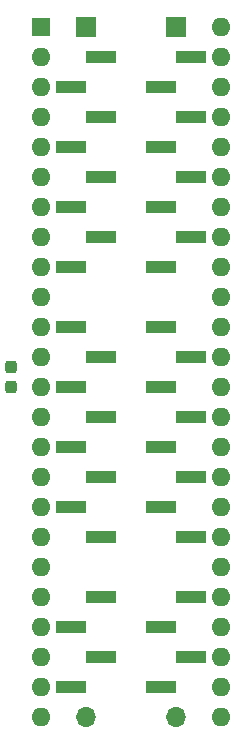
<source format=gbr>
G04 #@! TF.GenerationSoftware,KiCad,Pcbnew,9.0.6-9.0.6~ubuntu25.10.1*
G04 #@! TF.CreationDate,2025-12-24T16:01:02+09:00*
G04 #@! TF.ProjectId,bionic-mc68008,62696f6e-6963-42d6-9d63-36383030382e,2*
G04 #@! TF.SameCoordinates,Original*
G04 #@! TF.FileFunction,Soldermask,Bot*
G04 #@! TF.FilePolarity,Negative*
%FSLAX46Y46*%
G04 Gerber Fmt 4.6, Leading zero omitted, Abs format (unit mm)*
G04 Created by KiCad (PCBNEW 9.0.6-9.0.6~ubuntu25.10.1) date 2025-12-24 16:01:02*
%MOMM*%
%LPD*%
G01*
G04 APERTURE LIST*
G04 Aperture macros list*
%AMRoundRect*
0 Rectangle with rounded corners*
0 $1 Rounding radius*
0 $2 $3 $4 $5 $6 $7 $8 $9 X,Y pos of 4 corners*
0 Add a 4 corners polygon primitive as box body*
4,1,4,$2,$3,$4,$5,$6,$7,$8,$9,$2,$3,0*
0 Add four circle primitives for the rounded corners*
1,1,$1+$1,$2,$3*
1,1,$1+$1,$4,$5*
1,1,$1+$1,$6,$7*
1,1,$1+$1,$8,$9*
0 Add four rect primitives between the rounded corners*
20,1,$1+$1,$2,$3,$4,$5,0*
20,1,$1+$1,$4,$5,$6,$7,0*
20,1,$1+$1,$6,$7,$8,$9,0*
20,1,$1+$1,$8,$9,$2,$3,0*%
G04 Aperture macros list end*
%ADD10R,1.600000X1.600000*%
%ADD11O,1.600000X1.600000*%
%ADD12RoundRect,0.237500X0.237500X-0.300000X0.237500X0.300000X-0.237500X0.300000X-0.237500X-0.300000X0*%
%ADD13R,1.700000X1.700000*%
%ADD14R,2.510000X1.000000*%
%ADD15O,1.700000X1.700000*%
G04 APERTURE END LIST*
D10*
X106080000Y-75080000D03*
D11*
X106080000Y-77620000D03*
X106080000Y-80160000D03*
X106080000Y-82700000D03*
X106080000Y-85240000D03*
X106080000Y-87780000D03*
X106080000Y-90320000D03*
X106080000Y-92860000D03*
X106080000Y-95400000D03*
X106080000Y-97940000D03*
X106080000Y-100480000D03*
X106080000Y-103020000D03*
X106080000Y-105560000D03*
X106080000Y-108100000D03*
X106080000Y-110640000D03*
X106080000Y-113180000D03*
X106080000Y-115720000D03*
X106080000Y-118260000D03*
X106080000Y-120800000D03*
X106080000Y-123340000D03*
X106080000Y-125880000D03*
X106080000Y-128420000D03*
X106080000Y-130960000D03*
X106080000Y-133500000D03*
X121320000Y-133500000D03*
X121320000Y-130960000D03*
X121320000Y-128420000D03*
X121320000Y-125880000D03*
X121320000Y-123340000D03*
X121320000Y-120800000D03*
X121320000Y-118260000D03*
X121320000Y-115720000D03*
X121320000Y-113180000D03*
X121320000Y-110640000D03*
X121320000Y-108100000D03*
X121320000Y-105560000D03*
X121320000Y-103020000D03*
X121320000Y-100480000D03*
X121320000Y-97940000D03*
X121320000Y-95400000D03*
X121320000Y-92860000D03*
X121320000Y-90320000D03*
X121320000Y-87780000D03*
X121320000Y-85240000D03*
X121320000Y-82700000D03*
X121320000Y-80160000D03*
X121320000Y-77620000D03*
X121320000Y-75080000D03*
D12*
X103540000Y-105560000D03*
X103540000Y-103835000D03*
D13*
X109885400Y-75080000D03*
D14*
X111130000Y-77620000D03*
X108640800Y-80160000D03*
X111130000Y-82700000D03*
X108640800Y-85240000D03*
X111130000Y-87780000D03*
X108640800Y-90320000D03*
X111130000Y-92860000D03*
X108640800Y-95400000D03*
X108640800Y-100480000D03*
X111130000Y-103020000D03*
X108640800Y-105560000D03*
X111130000Y-108100000D03*
X108640800Y-110640000D03*
X111130000Y-113180000D03*
X108640800Y-115720000D03*
X111130000Y-118260000D03*
X111130000Y-123340000D03*
X108640800Y-125880000D03*
X111130000Y-128420000D03*
X108640800Y-130960000D03*
D15*
X109885400Y-133500000D03*
X117489200Y-133500000D03*
D14*
X116244600Y-130960000D03*
X118733800Y-128420000D03*
X116244600Y-125880000D03*
X118733800Y-123340000D03*
X118733800Y-118260000D03*
X116244600Y-115720000D03*
X118733800Y-113180000D03*
X116244600Y-110640000D03*
X118733800Y-108100000D03*
X116244600Y-105560000D03*
X118733800Y-103020000D03*
X116244600Y-100480000D03*
X116244600Y-95400000D03*
X118733800Y-92860000D03*
X116244600Y-90320000D03*
X118733800Y-87780000D03*
X116244600Y-85240000D03*
X118733800Y-82700000D03*
X116244600Y-80160000D03*
X118733800Y-77620000D03*
D13*
X117489200Y-75080000D03*
M02*

</source>
